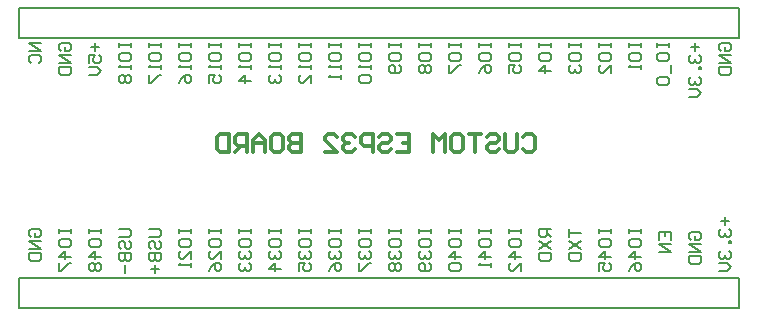
<source format=gbo>
G04*
G04 #@! TF.GenerationSoftware,Altium Limited,Altium Designer,25.8.1 (18)*
G04*
G04 Layer_Color=32896*
%FSLAX44Y44*%
%MOMM*%
G71*
G04*
G04 #@! TF.SameCoordinates,F54E5B92-F0D5-4042-A45F-7CF7407C5741*
G04*
G04*
G04 #@! TF.FilePolarity,Positive*
G04*
G01*
G75*
%ADD13C,0.1524*%
%ADD65C,0.3048*%
%ADD83C,0.1778*%
D13*
X186439Y67056D02*
X194903D01*
X196596Y65363D01*
Y61978D01*
X194903Y60285D01*
X186439D01*
X188132Y50128D02*
X186439Y51821D01*
Y55206D01*
X188132Y56899D01*
X189825D01*
X191518Y55206D01*
Y51821D01*
X193210Y50128D01*
X194903D01*
X196596Y51821D01*
Y55206D01*
X194903Y56899D01*
X186439Y46743D02*
X196596D01*
Y41664D01*
X194903Y39971D01*
X193210D01*
X191518Y41664D01*
Y46743D01*
Y41664D01*
X189825Y39971D01*
X188132D01*
X186439Y41664D01*
Y46743D01*
X191518Y36586D02*
Y29815D01*
X188132Y33200D02*
X194903D01*
X262639Y67056D02*
Y63670D01*
Y65363D01*
X272796D01*
Y67056D01*
Y63670D01*
X262639Y53514D02*
Y56899D01*
X264332Y58592D01*
X271103D01*
X272796Y56899D01*
Y53514D01*
X271103Y51821D01*
X264332D01*
X262639Y53514D01*
X264332Y48435D02*
X262639Y46743D01*
Y43357D01*
X264332Y41664D01*
X266025D01*
X267718Y43357D01*
Y45050D01*
Y43357D01*
X269410Y41664D01*
X271103D01*
X272796Y43357D01*
Y46743D01*
X271103Y48435D01*
X264332Y38279D02*
X262639Y36586D01*
Y33200D01*
X264332Y31507D01*
X266025D01*
X267718Y33200D01*
Y34893D01*
Y33200D01*
X269410Y31507D01*
X271103D01*
X272796Y33200D01*
Y36586D01*
X271103Y38279D01*
X237239Y67056D02*
Y63670D01*
Y65363D01*
X247396D01*
Y67056D01*
Y63670D01*
X237239Y53514D02*
Y56899D01*
X238932Y58592D01*
X245703D01*
X247396Y56899D01*
Y53514D01*
X245703Y51821D01*
X238932D01*
X237239Y53514D01*
X247396Y41664D02*
Y48435D01*
X240625Y41664D01*
X238932D01*
X237239Y43357D01*
Y46743D01*
X238932Y48435D01*
X237239Y31507D02*
X238932Y34893D01*
X242318Y38279D01*
X245703D01*
X247396Y36586D01*
Y33200D01*
X245703Y31507D01*
X244010D01*
X242318Y33200D01*
Y38279D01*
X211839Y67056D02*
Y63670D01*
Y65363D01*
X221996D01*
Y67056D01*
Y63670D01*
X211839Y53514D02*
Y56899D01*
X213532Y58592D01*
X220303D01*
X221996Y56899D01*
Y53514D01*
X220303Y51821D01*
X213532D01*
X211839Y53514D01*
X221996Y41664D02*
Y48435D01*
X215225Y41664D01*
X213532D01*
X211839Y43357D01*
Y46743D01*
X213532Y48435D01*
X221996Y38279D02*
Y34893D01*
Y36586D01*
X211839D01*
X213532Y38279D01*
X135639Y67056D02*
Y63670D01*
Y65363D01*
X145796D01*
Y67056D01*
Y63670D01*
X135639Y53514D02*
Y56899D01*
X137332Y58592D01*
X144103D01*
X145796Y56899D01*
Y53514D01*
X144103Y51821D01*
X137332D01*
X135639Y53514D01*
X145796Y43357D02*
X135639D01*
X140718Y48435D01*
Y41664D01*
X137332Y38279D02*
X135639Y36586D01*
Y33200D01*
X137332Y31507D01*
X139025D01*
X140718Y33200D01*
X142410Y31507D01*
X144103D01*
X145796Y33200D01*
Y36586D01*
X144103Y38279D01*
X142410D01*
X140718Y36586D01*
X139025Y38279D01*
X137332D01*
X140718Y36586D02*
Y33200D01*
X161039Y67056D02*
X169503D01*
X171196Y65363D01*
Y61978D01*
X169503Y60285D01*
X161039D01*
X162732Y50128D02*
X161039Y51821D01*
Y55206D01*
X162732Y56899D01*
X164425D01*
X166118Y55206D01*
Y51821D01*
X167810Y50128D01*
X169503D01*
X171196Y51821D01*
Y55206D01*
X169503Y56899D01*
X161039Y46743D02*
X171196D01*
Y41664D01*
X169503Y39971D01*
X167810D01*
X166118Y41664D01*
Y46743D01*
Y41664D01*
X164425Y39971D01*
X162732D01*
X161039Y41664D01*
Y46743D01*
X166118Y36586D02*
Y29815D01*
X674118Y77216D02*
Y70445D01*
X670732Y73830D02*
X677503D01*
X670732Y67059D02*
X669039Y65367D01*
Y61981D01*
X670732Y60288D01*
X672425D01*
X674118Y61981D01*
Y63674D01*
Y61981D01*
X675810Y60288D01*
X677503D01*
X679196Y61981D01*
Y65367D01*
X677503Y67059D01*
X679196Y56903D02*
X677503D01*
Y55210D01*
X679196D01*
Y56903D01*
X670732Y48439D02*
X669039Y46746D01*
Y43360D01*
X670732Y41667D01*
X672425D01*
X674118Y43360D01*
Y45053D01*
Y43360D01*
X675810Y41667D01*
X677503D01*
X679196Y43360D01*
Y46746D01*
X677503Y48439D01*
X669039Y38282D02*
X675810D01*
X679196Y34896D01*
X675810Y31511D01*
X669039D01*
X440439Y67056D02*
Y63670D01*
Y65363D01*
X450596D01*
Y67056D01*
Y63670D01*
X440439Y53514D02*
Y56899D01*
X442132Y58592D01*
X448903D01*
X450596Y56899D01*
Y53514D01*
X448903Y51821D01*
X442132D01*
X440439Y53514D01*
X450596Y43357D02*
X440439D01*
X445518Y48435D01*
Y41664D01*
X442132Y38279D02*
X440439Y36586D01*
Y33200D01*
X442132Y31507D01*
X448903D01*
X450596Y33200D01*
Y36586D01*
X448903Y38279D01*
X442132D01*
X491239Y67056D02*
Y63670D01*
Y65363D01*
X501396D01*
Y67056D01*
Y63670D01*
X491239Y53514D02*
Y56899D01*
X492932Y58592D01*
X499703D01*
X501396Y56899D01*
Y53514D01*
X499703Y51821D01*
X492932D01*
X491239Y53514D01*
X501396Y43357D02*
X491239D01*
X496318Y48435D01*
Y41664D01*
X501396Y31507D02*
Y38279D01*
X494625Y31507D01*
X492932D01*
X491239Y33200D01*
Y36586D01*
X492932Y38279D01*
X465839Y67056D02*
Y63670D01*
Y65363D01*
X475996D01*
Y67056D01*
Y63670D01*
X465839Y53514D02*
Y56899D01*
X467532Y58592D01*
X474303D01*
X475996Y56899D01*
Y53514D01*
X474303Y51821D01*
X467532D01*
X465839Y53514D01*
X475996Y43357D02*
X465839D01*
X470918Y48435D01*
Y41664D01*
X475996Y38279D02*
Y34893D01*
Y36586D01*
X465839D01*
X467532Y38279D01*
X415039Y67056D02*
Y63670D01*
Y65363D01*
X425196D01*
Y67056D01*
Y63670D01*
X415039Y53514D02*
Y56899D01*
X416732Y58592D01*
X423503D01*
X425196Y56899D01*
Y53514D01*
X423503Y51821D01*
X416732D01*
X415039Y53514D01*
X416732Y48435D02*
X415039Y46743D01*
Y43357D01*
X416732Y41664D01*
X418425D01*
X420118Y43357D01*
Y45050D01*
Y43357D01*
X421810Y41664D01*
X423503D01*
X425196Y43357D01*
Y46743D01*
X423503Y48435D01*
Y38279D02*
X425196Y36586D01*
Y33200D01*
X423503Y31507D01*
X416732D01*
X415039Y33200D01*
Y36586D01*
X416732Y38279D01*
X418425D01*
X420118Y36586D01*
Y31507D01*
X567439Y67056D02*
Y63670D01*
Y65363D01*
X577596D01*
Y67056D01*
Y63670D01*
X567439Y53514D02*
Y56899D01*
X569132Y58592D01*
X575903D01*
X577596Y56899D01*
Y53514D01*
X575903Y51821D01*
X569132D01*
X567439Y53514D01*
X577596Y43357D02*
X567439D01*
X572518Y48435D01*
Y41664D01*
X567439Y31507D02*
Y38279D01*
X572518D01*
X570825Y34893D01*
Y33200D01*
X572518Y31507D01*
X575903D01*
X577596Y33200D01*
Y36586D01*
X575903Y38279D01*
X592839Y67056D02*
Y63670D01*
Y65363D01*
X602996D01*
Y67056D01*
Y63670D01*
X592839Y53514D02*
Y56899D01*
X594532Y58592D01*
X601303D01*
X602996Y56899D01*
Y53514D01*
X601303Y51821D01*
X594532D01*
X592839Y53514D01*
X602996Y43357D02*
X592839D01*
X597918Y48435D01*
Y41664D01*
X592839Y31507D02*
X594532Y34893D01*
X597918Y38279D01*
X601303D01*
X602996Y36586D01*
Y33200D01*
X601303Y31507D01*
X599610D01*
X597918Y33200D01*
Y38279D01*
X86532Y60285D02*
X84839Y61978D01*
Y65363D01*
X86532Y67056D01*
X93303D01*
X94996Y65363D01*
Y61978D01*
X93303Y60285D01*
X89918D01*
Y63670D01*
X94996Y56899D02*
X84839D01*
X94996Y50128D01*
X84839D01*
Y46743D02*
X94996D01*
Y41664D01*
X93303Y39971D01*
X86532D01*
X84839Y41664D01*
Y46743D01*
X338839Y67056D02*
Y63670D01*
Y65363D01*
X348996D01*
Y67056D01*
Y63670D01*
X338839Y53514D02*
Y56899D01*
X340532Y58592D01*
X347303D01*
X348996Y56899D01*
Y53514D01*
X347303Y51821D01*
X340532D01*
X338839Y53514D01*
X340532Y48435D02*
X338839Y46743D01*
Y43357D01*
X340532Y41664D01*
X342225D01*
X343918Y43357D01*
Y45050D01*
Y43357D01*
X345610Y41664D01*
X347303D01*
X348996Y43357D01*
Y46743D01*
X347303Y48435D01*
X338839Y31507D02*
X340532Y34893D01*
X343918Y38279D01*
X347303D01*
X348996Y36586D01*
Y33200D01*
X347303Y31507D01*
X345610D01*
X343918Y33200D01*
Y38279D01*
X542039Y67056D02*
Y60285D01*
Y63670D01*
X552196D01*
X542039Y56899D02*
X552196Y50128D01*
X542039D02*
X552196Y56899D01*
X542039Y46743D02*
X552196D01*
Y41664D01*
X550503Y39971D01*
X543732D01*
X542039Y41664D01*
Y46743D01*
X364239Y67056D02*
Y63670D01*
Y65363D01*
X374396D01*
Y67056D01*
Y63670D01*
X364239Y53514D02*
Y56899D01*
X365932Y58592D01*
X372703D01*
X374396Y56899D01*
Y53514D01*
X372703Y51821D01*
X365932D01*
X364239Y53514D01*
X365932Y48435D02*
X364239Y46743D01*
Y43357D01*
X365932Y41664D01*
X367625D01*
X369318Y43357D01*
Y45050D01*
Y43357D01*
X371010Y41664D01*
X372703D01*
X374396Y43357D01*
Y46743D01*
X372703Y48435D01*
X364239Y38279D02*
Y31507D01*
X365932D01*
X372703Y38279D01*
X374396D01*
X526796Y67056D02*
X516639D01*
Y61978D01*
X518332Y60285D01*
X521718D01*
X523410Y61978D01*
Y67056D01*
Y63670D02*
X526796Y60285D01*
X516639Y56899D02*
X526796Y50128D01*
X516639D02*
X526796Y56899D01*
X516639Y46743D02*
X526796D01*
Y41664D01*
X525103Y39971D01*
X518332D01*
X516639Y41664D01*
Y46743D01*
X389639Y67056D02*
Y63670D01*
Y65363D01*
X399796D01*
Y67056D01*
Y63670D01*
X389639Y53514D02*
Y56899D01*
X391332Y58592D01*
X398103D01*
X399796Y56899D01*
Y53514D01*
X398103Y51821D01*
X391332D01*
X389639Y53514D01*
X391332Y48435D02*
X389639Y46743D01*
Y43357D01*
X391332Y41664D01*
X393025D01*
X394718Y43357D01*
Y45050D01*
Y43357D01*
X396410Y41664D01*
X398103D01*
X399796Y43357D01*
Y46743D01*
X398103Y48435D01*
X391332Y38279D02*
X389639Y36586D01*
Y33200D01*
X391332Y31507D01*
X393025D01*
X394718Y33200D01*
X396410Y31507D01*
X398103D01*
X399796Y33200D01*
Y36586D01*
X398103Y38279D01*
X396410D01*
X394718Y36586D01*
X393025Y38279D01*
X391332D01*
X394718Y36586D02*
Y33200D01*
X313439Y67056D02*
Y63670D01*
Y65363D01*
X323596D01*
Y67056D01*
Y63670D01*
X313439Y53514D02*
Y56899D01*
X315132Y58592D01*
X321903D01*
X323596Y56899D01*
Y53514D01*
X321903Y51821D01*
X315132D01*
X313439Y53514D01*
X315132Y48435D02*
X313439Y46743D01*
Y43357D01*
X315132Y41664D01*
X316825D01*
X318518Y43357D01*
Y45050D01*
Y43357D01*
X320210Y41664D01*
X321903D01*
X323596Y43357D01*
Y46743D01*
X321903Y48435D01*
X313439Y31507D02*
Y38279D01*
X318518D01*
X316825Y34893D01*
Y33200D01*
X318518Y31507D01*
X321903D01*
X323596Y33200D01*
Y36586D01*
X321903Y38279D01*
X288039Y67056D02*
Y63670D01*
Y65363D01*
X298196D01*
Y67056D01*
Y63670D01*
X288039Y53514D02*
Y56899D01*
X289732Y58592D01*
X296503D01*
X298196Y56899D01*
Y53514D01*
X296503Y51821D01*
X289732D01*
X288039Y53514D01*
X289732Y48435D02*
X288039Y46743D01*
Y43357D01*
X289732Y41664D01*
X291425D01*
X293118Y43357D01*
Y45050D01*
Y43357D01*
X294810Y41664D01*
X296503D01*
X298196Y43357D01*
Y46743D01*
X296503Y48435D01*
X298196Y33200D02*
X288039D01*
X293118Y38279D01*
Y31507D01*
X110239Y67056D02*
Y63670D01*
Y65363D01*
X120396D01*
Y67056D01*
Y63670D01*
X110239Y53514D02*
Y56899D01*
X111932Y58592D01*
X118703D01*
X120396Y56899D01*
Y53514D01*
X118703Y51821D01*
X111932D01*
X110239Y53514D01*
X120396Y43357D02*
X110239D01*
X115318Y48435D01*
Y41664D01*
X110239Y38279D02*
Y31507D01*
X111932D01*
X118703Y38279D01*
X120396D01*
X618239Y57745D02*
Y64516D01*
X628396D01*
Y57745D01*
X623318Y64516D02*
Y61130D01*
X628396Y54359D02*
X618239D01*
X628396Y47588D01*
X618239D01*
X645332Y57745D02*
X643639Y59438D01*
Y62823D01*
X645332Y64516D01*
X652103D01*
X653796Y62823D01*
Y59438D01*
X652103Y57745D01*
X648718D01*
Y61130D01*
X653796Y54359D02*
X643639D01*
X653796Y47588D01*
X643639D01*
Y44203D02*
X653796D01*
Y39124D01*
X652103Y37431D01*
X645332D01*
X643639Y39124D01*
Y44203D01*
X94996Y224536D02*
X84839D01*
X94996Y217765D01*
X84839D01*
X86532Y207608D02*
X84839Y209301D01*
Y212687D01*
X86532Y214379D01*
X93303D01*
X94996Y212687D01*
Y209301D01*
X93303Y207608D01*
X616546Y224536D02*
Y221150D01*
Y222843D01*
X626703D01*
Y224536D01*
Y221150D01*
X616546Y210994D02*
Y214379D01*
X618239Y216072D01*
X625010D01*
X626703Y214379D01*
Y210994D01*
X625010Y209301D01*
X618239D01*
X616546Y210994D01*
X628396Y205915D02*
Y199144D01*
X618239Y195759D02*
X616546Y194066D01*
Y190680D01*
X618239Y188988D01*
X625010D01*
X626703Y190680D01*
Y194066D01*
X625010Y195759D01*
X618239D01*
X262639Y224536D02*
Y221150D01*
Y222843D01*
X272796D01*
Y224536D01*
Y221150D01*
X262639Y210994D02*
Y214379D01*
X264332Y216072D01*
X271103D01*
X272796Y214379D01*
Y210994D01*
X271103Y209301D01*
X264332D01*
X262639Y210994D01*
X272796Y205915D02*
Y202530D01*
Y204223D01*
X262639D01*
X264332Y205915D01*
X272796Y192373D02*
X262639D01*
X267718Y197451D01*
Y190680D01*
X237239Y224536D02*
Y221150D01*
Y222843D01*
X247396D01*
Y224536D01*
Y221150D01*
X237239Y210994D02*
Y214379D01*
X238932Y216072D01*
X245703D01*
X247396Y214379D01*
Y210994D01*
X245703Y209301D01*
X238932D01*
X237239Y210994D01*
X247396Y205915D02*
Y202530D01*
Y204223D01*
X237239D01*
X238932Y205915D01*
X237239Y190680D02*
Y197451D01*
X242318D01*
X240625Y194066D01*
Y192373D01*
X242318Y190680D01*
X245703D01*
X247396Y192373D01*
Y195759D01*
X245703Y197451D01*
X313439Y224536D02*
Y221150D01*
Y222843D01*
X323596D01*
Y224536D01*
Y221150D01*
X313439Y210994D02*
Y214379D01*
X315132Y216072D01*
X321903D01*
X323596Y214379D01*
Y210994D01*
X321903Y209301D01*
X315132D01*
X313439Y210994D01*
X323596Y205915D02*
Y202530D01*
Y204223D01*
X313439D01*
X315132Y205915D01*
X323596Y190680D02*
Y197451D01*
X316825Y190680D01*
X315132D01*
X313439Y192373D01*
Y195759D01*
X315132Y197451D01*
X288039Y224536D02*
Y221150D01*
Y222843D01*
X298196D01*
Y224536D01*
Y221150D01*
X288039Y210994D02*
Y214379D01*
X289732Y216072D01*
X296503D01*
X298196Y214379D01*
Y210994D01*
X296503Y209301D01*
X289732D01*
X288039Y210994D01*
X298196Y205915D02*
Y202530D01*
Y204223D01*
X288039D01*
X289732Y205915D01*
Y197451D02*
X288039Y195759D01*
Y192373D01*
X289732Y190680D01*
X291425D01*
X293118Y192373D01*
Y194066D01*
Y192373D01*
X294810Y190680D01*
X296503D01*
X298196Y192373D01*
Y195759D01*
X296503Y197451D01*
X338839Y224536D02*
Y221150D01*
Y222843D01*
X348996D01*
Y224536D01*
Y221150D01*
X338839Y210994D02*
Y214379D01*
X340532Y216072D01*
X347303D01*
X348996Y214379D01*
Y210994D01*
X347303Y209301D01*
X340532D01*
X338839Y210994D01*
X348996Y205915D02*
Y202530D01*
Y204223D01*
X338839D01*
X340532Y205915D01*
X348996Y197451D02*
Y194066D01*
Y195759D01*
X338839D01*
X340532Y197451D01*
X389639Y224536D02*
Y221150D01*
Y222843D01*
X399796D01*
Y224536D01*
Y221150D01*
X389639Y210994D02*
Y214379D01*
X391332Y216072D01*
X398103D01*
X399796Y214379D01*
Y210994D01*
X398103Y209301D01*
X391332D01*
X389639Y210994D01*
X398103Y205915D02*
X399796Y204223D01*
Y200837D01*
X398103Y199144D01*
X391332D01*
X389639Y200837D01*
Y204223D01*
X391332Y205915D01*
X393025D01*
X394718Y204223D01*
Y199144D01*
X364239Y224536D02*
Y221150D01*
Y222843D01*
X374396D01*
Y224536D01*
Y221150D01*
X364239Y210994D02*
Y214379D01*
X365932Y216072D01*
X372703D01*
X374396Y214379D01*
Y210994D01*
X372703Y209301D01*
X365932D01*
X364239Y210994D01*
X374396Y205915D02*
Y202530D01*
Y204223D01*
X364239D01*
X365932Y205915D01*
Y197451D02*
X364239Y195759D01*
Y192373D01*
X365932Y190680D01*
X372703D01*
X374396Y192373D01*
Y195759D01*
X372703Y197451D01*
X365932D01*
X440439Y224536D02*
Y221150D01*
Y222843D01*
X450596D01*
Y224536D01*
Y221150D01*
X440439Y210994D02*
Y214379D01*
X442132Y216072D01*
X448903D01*
X450596Y214379D01*
Y210994D01*
X448903Y209301D01*
X442132D01*
X440439Y210994D01*
Y205915D02*
Y199144D01*
X442132D01*
X448903Y205915D01*
X450596D01*
X415039Y224536D02*
Y221150D01*
Y222843D01*
X425196D01*
Y224536D01*
Y221150D01*
X415039Y210994D02*
Y214379D01*
X416732Y216072D01*
X423503D01*
X425196Y214379D01*
Y210994D01*
X423503Y209301D01*
X416732D01*
X415039Y210994D01*
X416732Y205915D02*
X415039Y204223D01*
Y200837D01*
X416732Y199144D01*
X418425D01*
X420118Y200837D01*
X421810Y199144D01*
X423503D01*
X425196Y200837D01*
Y204223D01*
X423503Y205915D01*
X421810D01*
X420118Y204223D01*
X418425Y205915D01*
X416732D01*
X420118Y204223D02*
Y200837D01*
X542039Y224536D02*
Y221150D01*
Y222843D01*
X552196D01*
Y224536D01*
Y221150D01*
X542039Y210994D02*
Y214379D01*
X543732Y216072D01*
X550503D01*
X552196Y214379D01*
Y210994D01*
X550503Y209301D01*
X543732D01*
X542039Y210994D01*
X543732Y205915D02*
X542039Y204223D01*
Y200837D01*
X543732Y199144D01*
X545425D01*
X547118Y200837D01*
Y202530D01*
Y200837D01*
X548810Y199144D01*
X550503D01*
X552196Y200837D01*
Y204223D01*
X550503Y205915D01*
X567439Y224536D02*
Y221150D01*
Y222843D01*
X577596D01*
Y224536D01*
Y221150D01*
X567439Y210994D02*
Y214379D01*
X569132Y216072D01*
X575903D01*
X577596Y214379D01*
Y210994D01*
X575903Y209301D01*
X569132D01*
X567439Y210994D01*
X577596Y199144D02*
Y205915D01*
X570825Y199144D01*
X569132D01*
X567439Y200837D01*
Y204223D01*
X569132Y205915D01*
X516639Y224536D02*
Y221150D01*
Y222843D01*
X526796D01*
Y224536D01*
Y221150D01*
X516639Y210994D02*
Y214379D01*
X518332Y216072D01*
X525103D01*
X526796Y214379D01*
Y210994D01*
X525103Y209301D01*
X518332D01*
X516639Y210994D01*
X526796Y200837D02*
X516639D01*
X521718Y205915D01*
Y199144D01*
X491239Y224536D02*
Y221150D01*
Y222843D01*
X501396D01*
Y224536D01*
Y221150D01*
X491239Y210994D02*
Y214379D01*
X492932Y216072D01*
X499703D01*
X501396Y214379D01*
Y210994D01*
X499703Y209301D01*
X492932D01*
X491239Y210994D01*
Y199144D02*
Y205915D01*
X496318D01*
X494625Y202530D01*
Y200837D01*
X496318Y199144D01*
X499703D01*
X501396Y200837D01*
Y204223D01*
X499703Y205915D01*
X465839Y224536D02*
Y221150D01*
Y222843D01*
X475996D01*
Y224536D01*
Y221150D01*
X465839Y210994D02*
Y214379D01*
X467532Y216072D01*
X474303D01*
X475996Y214379D01*
Y210994D01*
X474303Y209301D01*
X467532D01*
X465839Y210994D01*
Y199144D02*
X467532Y202530D01*
X470918Y205915D01*
X474303D01*
X475996Y204223D01*
Y200837D01*
X474303Y199144D01*
X472610D01*
X470918Y200837D01*
Y205915D01*
X592839Y224536D02*
Y221150D01*
Y222843D01*
X602996D01*
Y224536D01*
Y221150D01*
X594532Y216072D02*
X592839Y214379D01*
Y210994D01*
X594532Y209301D01*
X601303D01*
X602996Y210994D01*
Y214379D01*
X601303Y216072D01*
X594532D01*
X602996Y205915D02*
Y202530D01*
Y204223D01*
X592839D01*
X594532Y205915D01*
X648718Y224536D02*
Y217765D01*
X645332Y221150D02*
X652103D01*
X645332Y214379D02*
X643639Y212687D01*
Y209301D01*
X645332Y207608D01*
X647025D01*
X648718Y209301D01*
Y210994D01*
Y209301D01*
X650410Y207608D01*
X652103D01*
X653796Y209301D01*
Y212687D01*
X652103Y214379D01*
X653796Y204223D02*
X652103D01*
Y202530D01*
X653796D01*
Y204223D01*
X645332Y195759D02*
X643639Y194066D01*
Y190680D01*
X645332Y188988D01*
X647025D01*
X648718Y190680D01*
Y192373D01*
Y190680D01*
X650410Y188988D01*
X652103D01*
X653796Y190680D01*
Y194066D01*
X652103Y195759D01*
X643639Y185602D02*
X650410D01*
X653796Y182216D01*
X650410Y178831D01*
X643639D01*
X670732Y217765D02*
X669039Y219458D01*
Y222843D01*
X670732Y224536D01*
X677503D01*
X679196Y222843D01*
Y219458D01*
X677503Y217765D01*
X674118D01*
Y221150D01*
X679196Y214379D02*
X669039D01*
X679196Y207608D01*
X669039D01*
Y204223D02*
X679196D01*
Y199144D01*
X677503Y197451D01*
X670732D01*
X669039Y199144D01*
Y204223D01*
X186439Y224536D02*
Y221150D01*
Y222843D01*
X196596D01*
Y224536D01*
Y221150D01*
X186439Y210994D02*
Y214379D01*
X188132Y216072D01*
X194903D01*
X196596Y214379D01*
Y210994D01*
X194903Y209301D01*
X188132D01*
X186439Y210994D01*
X196596Y205915D02*
Y202530D01*
Y204223D01*
X186439D01*
X188132Y205915D01*
X186439Y197451D02*
Y190680D01*
X188132D01*
X194903Y197451D01*
X196596D01*
X161039Y224536D02*
Y221150D01*
Y222843D01*
X171196D01*
Y224536D01*
Y221150D01*
X161039Y210994D02*
Y214379D01*
X162732Y216072D01*
X169503D01*
X171196Y214379D01*
Y210994D01*
X169503Y209301D01*
X162732D01*
X161039Y210994D01*
X171196Y205915D02*
Y202530D01*
Y204223D01*
X161039D01*
X162732Y205915D01*
Y197451D02*
X161039Y195759D01*
Y192373D01*
X162732Y190680D01*
X164425D01*
X166118Y192373D01*
X167810Y190680D01*
X169503D01*
X171196Y192373D01*
Y195759D01*
X169503Y197451D01*
X167810D01*
X166118Y195759D01*
X164425Y197451D01*
X162732D01*
X166118Y195759D02*
Y192373D01*
X140718Y224536D02*
Y217765D01*
X137332Y221150D02*
X144103D01*
X135639Y207608D02*
Y214379D01*
X140718D01*
X139025Y210994D01*
Y209301D01*
X140718Y207608D01*
X144103D01*
X145796Y209301D01*
Y212687D01*
X144103Y214379D01*
X135639Y204223D02*
X142410D01*
X145796Y200837D01*
X142410Y197451D01*
X135639D01*
X211839Y224536D02*
Y221150D01*
Y222843D01*
X221996D01*
Y224536D01*
Y221150D01*
X211839Y210994D02*
Y214379D01*
X213532Y216072D01*
X220303D01*
X221996Y214379D01*
Y210994D01*
X220303Y209301D01*
X213532D01*
X211839Y210994D01*
X221996Y205915D02*
Y202530D01*
Y204223D01*
X211839D01*
X213532Y205915D01*
X211839Y190680D02*
X213532Y194066D01*
X216918Y197451D01*
X220303D01*
X221996Y195759D01*
Y192373D01*
X220303Y190680D01*
X218610D01*
X216918Y192373D01*
Y197451D01*
X111932Y217765D02*
X110239Y219458D01*
Y222843D01*
X111932Y224536D01*
X118703D01*
X120396Y222843D01*
Y219458D01*
X118703Y217765D01*
X115318D01*
Y221150D01*
X120396Y214379D02*
X110239D01*
X120396Y207608D01*
X110239D01*
Y204223D02*
X120396D01*
Y199144D01*
X118703Y197451D01*
X111932D01*
X110239Y199144D01*
Y204223D01*
D65*
X502415Y145284D02*
X504954Y147823D01*
X510033D01*
X512572Y145284D01*
Y135127D01*
X510033Y132588D01*
X504954D01*
X502415Y135127D01*
X497337Y147823D02*
Y135127D01*
X494798Y132588D01*
X489719D01*
X487180Y135127D01*
Y147823D01*
X471945Y145284D02*
X474484Y147823D01*
X479563D01*
X482102Y145284D01*
Y142745D01*
X479563Y140205D01*
X474484D01*
X471945Y137666D01*
Y135127D01*
X474484Y132588D01*
X479563D01*
X482102Y135127D01*
X466867Y147823D02*
X456710D01*
X461788D01*
Y132588D01*
X444014Y147823D02*
X449092D01*
X451632Y145284D01*
Y135127D01*
X449092Y132588D01*
X444014D01*
X441475Y135127D01*
Y145284D01*
X444014Y147823D01*
X436397Y132588D02*
Y147823D01*
X431318Y142745D01*
X426240Y147823D01*
Y132588D01*
X395770Y147823D02*
X405927D01*
Y132588D01*
X395770D01*
X405927Y140205D02*
X400848D01*
X380535Y145284D02*
X383074Y147823D01*
X388152D01*
X390691Y145284D01*
Y142745D01*
X388152Y140205D01*
X383074D01*
X380535Y137666D01*
Y135127D01*
X383074Y132588D01*
X388152D01*
X390691Y135127D01*
X375456Y132588D02*
Y147823D01*
X367839D01*
X365300Y145284D01*
Y140205D01*
X367839Y137666D01*
X375456D01*
X360221Y145284D02*
X357682Y147823D01*
X352604D01*
X350065Y145284D01*
Y142745D01*
X352604Y140205D01*
X355143D01*
X352604D01*
X350065Y137666D01*
Y135127D01*
X352604Y132588D01*
X357682D01*
X360221Y135127D01*
X334829Y132588D02*
X344986D01*
X334829Y142745D01*
Y145284D01*
X337369Y147823D01*
X342447D01*
X344986Y145284D01*
X314516Y147823D02*
Y132588D01*
X306898D01*
X304359Y135127D01*
Y137666D01*
X306898Y140205D01*
X314516D01*
X306898D01*
X304359Y142745D01*
Y145284D01*
X306898Y147823D01*
X314516D01*
X291663D02*
X296742D01*
X299281Y145284D01*
Y135127D01*
X296742Y132588D01*
X291663D01*
X289124Y135127D01*
Y145284D01*
X291663Y147823D01*
X284046Y132588D02*
Y142745D01*
X278968Y147823D01*
X273889Y142745D01*
Y132588D01*
Y140205D01*
X284046D01*
X268811Y132588D02*
Y147823D01*
X261193D01*
X258654Y145284D01*
Y140205D01*
X261193Y137666D01*
X268811D01*
X263732D02*
X258654Y132588D01*
X253576Y147823D02*
Y132588D01*
X245958D01*
X243419Y135127D01*
Y145284D01*
X245958Y147823D01*
X253576D01*
D83*
X685800Y228600D02*
Y254000D01*
X76200D02*
X685800D01*
X76200Y228600D02*
Y254000D01*
Y228600D02*
X685800D01*
X76200Y0D02*
X685800D01*
X76200D02*
Y25400D01*
X685800D01*
Y0D02*
Y25400D01*
M02*

</source>
